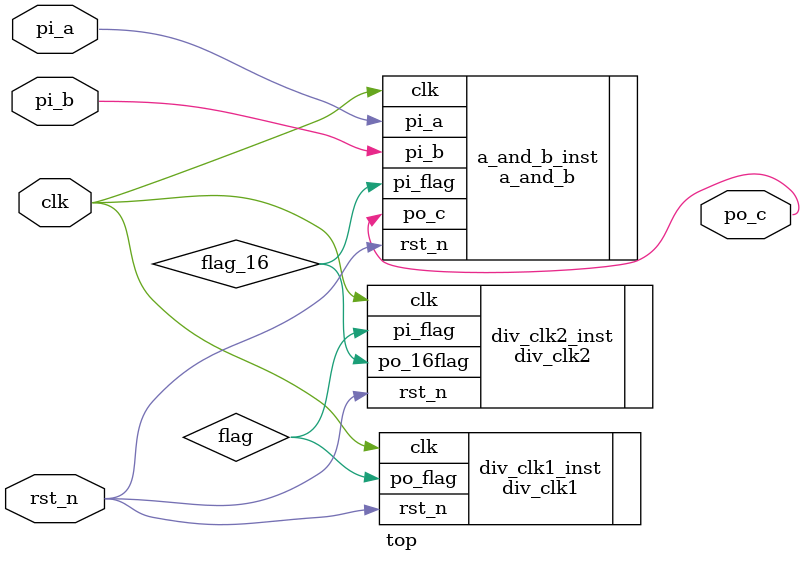
<source format=v>
module top(
	input	wire	clk,
	input 	wire	rst_n,
	input	wire	pi_a,
	input 	wire	pi_b,
	output 	wire	po_c
	);

wire flag;
wire flag_16;

div_clk1 div_clk1_inst(
	.clk(clk),
	.rst_n(rst_n),
	.po_flag(flag)
	);

div_clk2 div_clk2_inst(
	.clk(clk),
	.rst_n(rst_n),
	.pi_flag(flag),
	.po_16flag(flag_16)
	);

a_and_b a_and_b_inst(
	.clk(clk),
	.rst_n(rst_n),
	.pi_a(pi_a),
	.pi_b(pi_b),
	.po_c(po_c),
	.pi_flag(flag_16)
	);


endmodule
</source>
